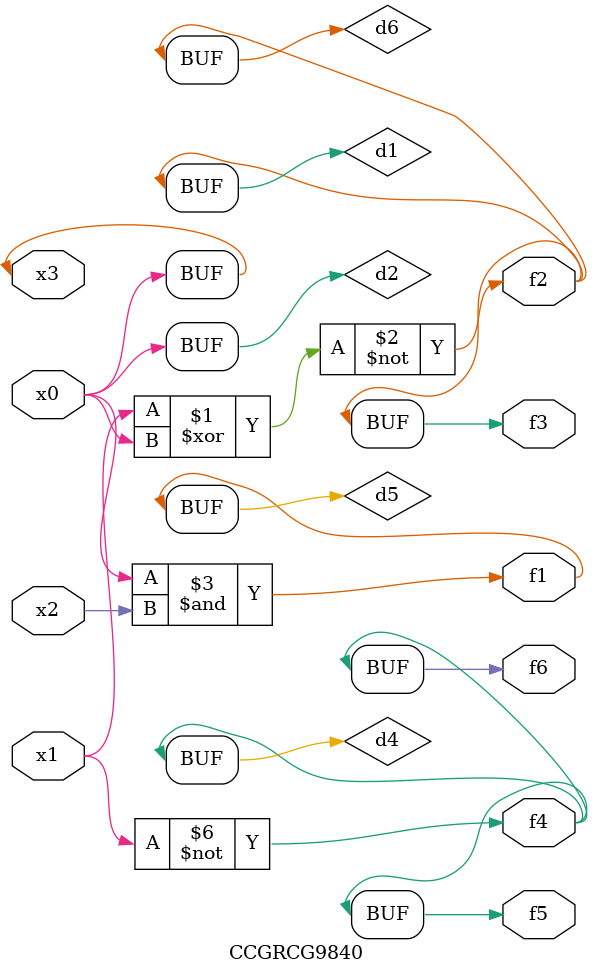
<source format=v>
module CCGRCG9840(
	input x0, x1, x2, x3,
	output f1, f2, f3, f4, f5, f6
);

	wire d1, d2, d3, d4, d5, d6;

	xnor (d1, x1, x3);
	buf (d2, x0, x3);
	nand (d3, x0, x2);
	not (d4, x1);
	nand (d5, d3);
	or (d6, d1);
	assign f1 = d5;
	assign f2 = d6;
	assign f3 = d6;
	assign f4 = d4;
	assign f5 = d4;
	assign f6 = d4;
endmodule

</source>
